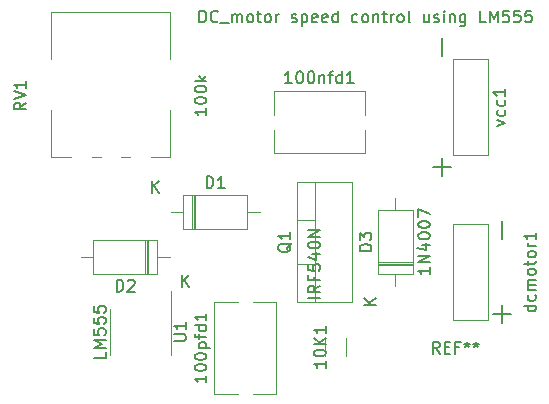
<source format=gbr>
%TF.GenerationSoftware,KiCad,Pcbnew,(5.1.9)-1*%
%TF.CreationDate,2021-03-19T20:09:11+05:30*%
%TF.ProjectId,test2,74657374-322e-46b6-9963-61645f706362,rev?*%
%TF.SameCoordinates,Original*%
%TF.FileFunction,Legend,Top*%
%TF.FilePolarity,Positive*%
%FSLAX46Y46*%
G04 Gerber Fmt 4.6, Leading zero omitted, Abs format (unit mm)*
G04 Created by KiCad (PCBNEW (5.1.9)-1) date 2021-03-19 20:09:11*
%MOMM*%
%LPD*%
G01*
G04 APERTURE LIST*
%ADD10C,0.150000*%
%ADD11C,0.120000*%
G04 APERTURE END LIST*
D10*
X111682380Y-77922380D02*
X111682380Y-76922380D01*
X111920476Y-76922380D01*
X112063333Y-76970000D01*
X112158571Y-77065238D01*
X112206190Y-77160476D01*
X112253809Y-77350952D01*
X112253809Y-77493809D01*
X112206190Y-77684285D01*
X112158571Y-77779523D01*
X112063333Y-77874761D01*
X111920476Y-77922380D01*
X111682380Y-77922380D01*
X113253809Y-77827142D02*
X113206190Y-77874761D01*
X113063333Y-77922380D01*
X112968095Y-77922380D01*
X112825238Y-77874761D01*
X112730000Y-77779523D01*
X112682380Y-77684285D01*
X112634761Y-77493809D01*
X112634761Y-77350952D01*
X112682380Y-77160476D01*
X112730000Y-77065238D01*
X112825238Y-76970000D01*
X112968095Y-76922380D01*
X113063333Y-76922380D01*
X113206190Y-76970000D01*
X113253809Y-77017619D01*
X113444285Y-78017619D02*
X114206190Y-78017619D01*
X114444285Y-77922380D02*
X114444285Y-77255714D01*
X114444285Y-77350952D02*
X114491904Y-77303333D01*
X114587142Y-77255714D01*
X114730000Y-77255714D01*
X114825238Y-77303333D01*
X114872857Y-77398571D01*
X114872857Y-77922380D01*
X114872857Y-77398571D02*
X114920476Y-77303333D01*
X115015714Y-77255714D01*
X115158571Y-77255714D01*
X115253809Y-77303333D01*
X115301428Y-77398571D01*
X115301428Y-77922380D01*
X115920476Y-77922380D02*
X115825238Y-77874761D01*
X115777619Y-77827142D01*
X115730000Y-77731904D01*
X115730000Y-77446190D01*
X115777619Y-77350952D01*
X115825238Y-77303333D01*
X115920476Y-77255714D01*
X116063333Y-77255714D01*
X116158571Y-77303333D01*
X116206190Y-77350952D01*
X116253809Y-77446190D01*
X116253809Y-77731904D01*
X116206190Y-77827142D01*
X116158571Y-77874761D01*
X116063333Y-77922380D01*
X115920476Y-77922380D01*
X116539523Y-77255714D02*
X116920476Y-77255714D01*
X116682380Y-76922380D02*
X116682380Y-77779523D01*
X116730000Y-77874761D01*
X116825238Y-77922380D01*
X116920476Y-77922380D01*
X117396666Y-77922380D02*
X117301428Y-77874761D01*
X117253809Y-77827142D01*
X117206190Y-77731904D01*
X117206190Y-77446190D01*
X117253809Y-77350952D01*
X117301428Y-77303333D01*
X117396666Y-77255714D01*
X117539523Y-77255714D01*
X117634761Y-77303333D01*
X117682380Y-77350952D01*
X117730000Y-77446190D01*
X117730000Y-77731904D01*
X117682380Y-77827142D01*
X117634761Y-77874761D01*
X117539523Y-77922380D01*
X117396666Y-77922380D01*
X118158571Y-77922380D02*
X118158571Y-77255714D01*
X118158571Y-77446190D02*
X118206190Y-77350952D01*
X118253809Y-77303333D01*
X118349047Y-77255714D01*
X118444285Y-77255714D01*
X119491904Y-77874761D02*
X119587142Y-77922380D01*
X119777619Y-77922380D01*
X119872857Y-77874761D01*
X119920476Y-77779523D01*
X119920476Y-77731904D01*
X119872857Y-77636666D01*
X119777619Y-77589047D01*
X119634761Y-77589047D01*
X119539523Y-77541428D01*
X119491904Y-77446190D01*
X119491904Y-77398571D01*
X119539523Y-77303333D01*
X119634761Y-77255714D01*
X119777619Y-77255714D01*
X119872857Y-77303333D01*
X120349047Y-77255714D02*
X120349047Y-78255714D01*
X120349047Y-77303333D02*
X120444285Y-77255714D01*
X120634761Y-77255714D01*
X120730000Y-77303333D01*
X120777619Y-77350952D01*
X120825238Y-77446190D01*
X120825238Y-77731904D01*
X120777619Y-77827142D01*
X120730000Y-77874761D01*
X120634761Y-77922380D01*
X120444285Y-77922380D01*
X120349047Y-77874761D01*
X121634761Y-77874761D02*
X121539523Y-77922380D01*
X121349047Y-77922380D01*
X121253809Y-77874761D01*
X121206190Y-77779523D01*
X121206190Y-77398571D01*
X121253809Y-77303333D01*
X121349047Y-77255714D01*
X121539523Y-77255714D01*
X121634761Y-77303333D01*
X121682380Y-77398571D01*
X121682380Y-77493809D01*
X121206190Y-77589047D01*
X122491904Y-77874761D02*
X122396666Y-77922380D01*
X122206190Y-77922380D01*
X122110952Y-77874761D01*
X122063333Y-77779523D01*
X122063333Y-77398571D01*
X122110952Y-77303333D01*
X122206190Y-77255714D01*
X122396666Y-77255714D01*
X122491904Y-77303333D01*
X122539523Y-77398571D01*
X122539523Y-77493809D01*
X122063333Y-77589047D01*
X123396666Y-77922380D02*
X123396666Y-76922380D01*
X123396666Y-77874761D02*
X123301428Y-77922380D01*
X123110952Y-77922380D01*
X123015714Y-77874761D01*
X122968095Y-77827142D01*
X122920476Y-77731904D01*
X122920476Y-77446190D01*
X122968095Y-77350952D01*
X123015714Y-77303333D01*
X123110952Y-77255714D01*
X123301428Y-77255714D01*
X123396666Y-77303333D01*
X125063333Y-77874761D02*
X124968095Y-77922380D01*
X124777619Y-77922380D01*
X124682380Y-77874761D01*
X124634761Y-77827142D01*
X124587142Y-77731904D01*
X124587142Y-77446190D01*
X124634761Y-77350952D01*
X124682380Y-77303333D01*
X124777619Y-77255714D01*
X124968095Y-77255714D01*
X125063333Y-77303333D01*
X125634761Y-77922380D02*
X125539523Y-77874761D01*
X125491904Y-77827142D01*
X125444285Y-77731904D01*
X125444285Y-77446190D01*
X125491904Y-77350952D01*
X125539523Y-77303333D01*
X125634761Y-77255714D01*
X125777619Y-77255714D01*
X125872857Y-77303333D01*
X125920476Y-77350952D01*
X125968095Y-77446190D01*
X125968095Y-77731904D01*
X125920476Y-77827142D01*
X125872857Y-77874761D01*
X125777619Y-77922380D01*
X125634761Y-77922380D01*
X126396666Y-77255714D02*
X126396666Y-77922380D01*
X126396666Y-77350952D02*
X126444285Y-77303333D01*
X126539523Y-77255714D01*
X126682380Y-77255714D01*
X126777619Y-77303333D01*
X126825238Y-77398571D01*
X126825238Y-77922380D01*
X127158571Y-77255714D02*
X127539523Y-77255714D01*
X127301428Y-76922380D02*
X127301428Y-77779523D01*
X127349047Y-77874761D01*
X127444285Y-77922380D01*
X127539523Y-77922380D01*
X127872857Y-77922380D02*
X127872857Y-77255714D01*
X127872857Y-77446190D02*
X127920476Y-77350952D01*
X127968095Y-77303333D01*
X128063333Y-77255714D01*
X128158571Y-77255714D01*
X128634761Y-77922380D02*
X128539523Y-77874761D01*
X128491904Y-77827142D01*
X128444285Y-77731904D01*
X128444285Y-77446190D01*
X128491904Y-77350952D01*
X128539523Y-77303333D01*
X128634761Y-77255714D01*
X128777619Y-77255714D01*
X128872857Y-77303333D01*
X128920476Y-77350952D01*
X128968095Y-77446190D01*
X128968095Y-77731904D01*
X128920476Y-77827142D01*
X128872857Y-77874761D01*
X128777619Y-77922380D01*
X128634761Y-77922380D01*
X129539523Y-77922380D02*
X129444285Y-77874761D01*
X129396666Y-77779523D01*
X129396666Y-76922380D01*
X131110952Y-77255714D02*
X131110952Y-77922380D01*
X130682380Y-77255714D02*
X130682380Y-77779523D01*
X130730000Y-77874761D01*
X130825238Y-77922380D01*
X130968095Y-77922380D01*
X131063333Y-77874761D01*
X131110952Y-77827142D01*
X131539523Y-77874761D02*
X131634761Y-77922380D01*
X131825238Y-77922380D01*
X131920476Y-77874761D01*
X131968095Y-77779523D01*
X131968095Y-77731904D01*
X131920476Y-77636666D01*
X131825238Y-77589047D01*
X131682380Y-77589047D01*
X131587142Y-77541428D01*
X131539523Y-77446190D01*
X131539523Y-77398571D01*
X131587142Y-77303333D01*
X131682380Y-77255714D01*
X131825238Y-77255714D01*
X131920476Y-77303333D01*
X132396666Y-77922380D02*
X132396666Y-77255714D01*
X132396666Y-76922380D02*
X132349047Y-76970000D01*
X132396666Y-77017619D01*
X132444285Y-76970000D01*
X132396666Y-76922380D01*
X132396666Y-77017619D01*
X132872857Y-77255714D02*
X132872857Y-77922380D01*
X132872857Y-77350952D02*
X132920476Y-77303333D01*
X133015714Y-77255714D01*
X133158571Y-77255714D01*
X133253809Y-77303333D01*
X133301428Y-77398571D01*
X133301428Y-77922380D01*
X134206190Y-77255714D02*
X134206190Y-78065238D01*
X134158571Y-78160476D01*
X134110952Y-78208095D01*
X134015714Y-78255714D01*
X133872857Y-78255714D01*
X133777619Y-78208095D01*
X134206190Y-77874761D02*
X134110952Y-77922380D01*
X133920476Y-77922380D01*
X133825238Y-77874761D01*
X133777619Y-77827142D01*
X133730000Y-77731904D01*
X133730000Y-77446190D01*
X133777619Y-77350952D01*
X133825238Y-77303333D01*
X133920476Y-77255714D01*
X134110952Y-77255714D01*
X134206190Y-77303333D01*
X135920476Y-77922380D02*
X135444285Y-77922380D01*
X135444285Y-76922380D01*
X136253809Y-77922380D02*
X136253809Y-76922380D01*
X136587142Y-77636666D01*
X136920476Y-76922380D01*
X136920476Y-77922380D01*
X137872857Y-76922380D02*
X137396666Y-76922380D01*
X137349047Y-77398571D01*
X137396666Y-77350952D01*
X137491904Y-77303333D01*
X137730000Y-77303333D01*
X137825238Y-77350952D01*
X137872857Y-77398571D01*
X137920476Y-77493809D01*
X137920476Y-77731904D01*
X137872857Y-77827142D01*
X137825238Y-77874761D01*
X137730000Y-77922380D01*
X137491904Y-77922380D01*
X137396666Y-77874761D01*
X137349047Y-77827142D01*
X138825238Y-76922380D02*
X138349047Y-76922380D01*
X138301428Y-77398571D01*
X138349047Y-77350952D01*
X138444285Y-77303333D01*
X138682380Y-77303333D01*
X138777619Y-77350952D01*
X138825238Y-77398571D01*
X138872857Y-77493809D01*
X138872857Y-77731904D01*
X138825238Y-77827142D01*
X138777619Y-77874761D01*
X138682380Y-77922380D01*
X138444285Y-77922380D01*
X138349047Y-77874761D01*
X138301428Y-77827142D01*
X139777619Y-76922380D02*
X139301428Y-76922380D01*
X139253809Y-77398571D01*
X139301428Y-77350952D01*
X139396666Y-77303333D01*
X139634761Y-77303333D01*
X139730000Y-77350952D01*
X139777619Y-77398571D01*
X139825238Y-77493809D01*
X139825238Y-77731904D01*
X139777619Y-77827142D01*
X139730000Y-77874761D01*
X139634761Y-77922380D01*
X139396666Y-77922380D01*
X139301428Y-77874761D01*
X139253809Y-77827142D01*
D11*
%TO.C,RV1*%
X99159000Y-77050000D02*
X109200000Y-77050000D01*
X107550000Y-89290000D02*
X109200000Y-89290000D01*
X105051000Y-89290000D02*
X105810000Y-89290000D01*
X102551000Y-89290000D02*
X103310000Y-89290000D01*
X99159000Y-89290000D02*
X100809000Y-89290000D01*
X109200000Y-80986000D02*
X109200000Y-77050000D01*
X109200000Y-89290000D02*
X109200000Y-85353000D01*
X99159000Y-80986000D02*
X99159000Y-77050000D01*
X99159000Y-89290000D02*
X99159000Y-85353000D01*
%TO.C,vcc1*%
X133120000Y-89150000D02*
X133120000Y-81050000D01*
X136120000Y-81050000D02*
X136120000Y-89150000D01*
X133120000Y-89150000D02*
X136120000Y-89150000D01*
X136120000Y-81050000D02*
X133120000Y-81050000D01*
%TO.C,U1*%
X109240000Y-104140000D02*
X109240000Y-100690000D01*
X109240000Y-104140000D02*
X109240000Y-106090000D01*
X104120000Y-104140000D02*
X104120000Y-102190000D01*
X104120000Y-104140000D02*
X104120000Y-106090000D01*
%TO.C,Q1*%
X119920000Y-94669000D02*
X121430000Y-94669000D01*
X119920000Y-98370000D02*
X121430000Y-98370000D01*
X121430000Y-101640000D02*
X121430000Y-91400000D01*
X119920000Y-91400000D02*
X124561000Y-91400000D01*
X119920000Y-101640000D02*
X124561000Y-101640000D01*
X124561000Y-101640000D02*
X124561000Y-91400000D01*
X119920000Y-101640000D02*
X119920000Y-91400000D01*
%TO.C,dcmotor1*%
X136120000Y-95000000D02*
X136120000Y-103100000D01*
X133120000Y-103100000D02*
X133120000Y-95000000D01*
X136120000Y-95000000D02*
X133120000Y-95000000D01*
X133120000Y-103100000D02*
X136120000Y-103100000D01*
%TO.C,D3*%
X126800000Y-98460000D02*
X129740000Y-98460000D01*
X126800000Y-98220000D02*
X129740000Y-98220000D01*
X126800000Y-98340000D02*
X129740000Y-98340000D01*
X128270000Y-92780000D02*
X128270000Y-93800000D01*
X128270000Y-100260000D02*
X128270000Y-99240000D01*
X126800000Y-93800000D02*
X126800000Y-99240000D01*
X129740000Y-93800000D02*
X126800000Y-93800000D01*
X129740000Y-99240000D02*
X129740000Y-93800000D01*
X126800000Y-99240000D02*
X129740000Y-99240000D01*
%TO.C,D2*%
X107350000Y-99260000D02*
X107350000Y-96320000D01*
X107110000Y-99260000D02*
X107110000Y-96320000D01*
X107230000Y-99260000D02*
X107230000Y-96320000D01*
X101670000Y-97790000D02*
X102690000Y-97790000D01*
X109150000Y-97790000D02*
X108130000Y-97790000D01*
X102690000Y-99260000D02*
X108130000Y-99260000D01*
X102690000Y-96320000D02*
X102690000Y-99260000D01*
X108130000Y-96320000D02*
X102690000Y-96320000D01*
X108130000Y-99260000D02*
X108130000Y-96320000D01*
%TO.C,D1*%
X111090000Y-92510000D02*
X111090000Y-95450000D01*
X111330000Y-92510000D02*
X111330000Y-95450000D01*
X111210000Y-92510000D02*
X111210000Y-95450000D01*
X116770000Y-93980000D02*
X115750000Y-93980000D01*
X109290000Y-93980000D02*
X110310000Y-93980000D01*
X115750000Y-92510000D02*
X110310000Y-92510000D01*
X115750000Y-95450000D02*
X115750000Y-92510000D01*
X110310000Y-95450000D02*
X115750000Y-95450000D01*
X110310000Y-92510000D02*
X110310000Y-95450000D01*
%TO.C,10K1*%
X124100000Y-106137064D02*
X124100000Y-104682936D01*
X122280000Y-106137064D02*
X122280000Y-104682936D01*
%TO.C,100pfd1*%
X116206000Y-101620000D02*
X118190000Y-101620000D01*
X112950000Y-101620000D02*
X114934000Y-101620000D01*
X116206000Y-109360000D02*
X118190000Y-109360000D01*
X112950000Y-109360000D02*
X114934000Y-109360000D01*
X118190000Y-109360000D02*
X118190000Y-101620000D01*
X112950000Y-109360000D02*
X112950000Y-101620000D01*
%TO.C,100nfd1*%
X125710000Y-86996000D02*
X125710000Y-88980000D01*
X125710000Y-83740000D02*
X125710000Y-85724000D01*
X117970000Y-86996000D02*
X117970000Y-88980000D01*
X117970000Y-83740000D02*
X117970000Y-85724000D01*
X117970000Y-88980000D02*
X125710000Y-88980000D01*
X117970000Y-83740000D02*
X125710000Y-83740000D01*
%TO.C,REF\u002A\u002A*%
D10*
X132016666Y-105972380D02*
X131683333Y-105496190D01*
X131445238Y-105972380D02*
X131445238Y-104972380D01*
X131826190Y-104972380D01*
X131921428Y-105020000D01*
X131969047Y-105067619D01*
X132016666Y-105162857D01*
X132016666Y-105305714D01*
X131969047Y-105400952D01*
X131921428Y-105448571D01*
X131826190Y-105496190D01*
X131445238Y-105496190D01*
X132445238Y-105448571D02*
X132778571Y-105448571D01*
X132921428Y-105972380D02*
X132445238Y-105972380D01*
X132445238Y-104972380D01*
X132921428Y-104972380D01*
X133683333Y-105448571D02*
X133350000Y-105448571D01*
X133350000Y-105972380D02*
X133350000Y-104972380D01*
X133826190Y-104972380D01*
X134350000Y-104972380D02*
X134350000Y-105210476D01*
X134111904Y-105115238D02*
X134350000Y-105210476D01*
X134588095Y-105115238D01*
X134207142Y-105400952D02*
X134350000Y-105210476D01*
X134492857Y-105400952D01*
X135111904Y-104972380D02*
X135111904Y-105210476D01*
X134873809Y-105115238D02*
X135111904Y-105210476D01*
X135350000Y-105115238D01*
X134969047Y-105400952D02*
X135111904Y-105210476D01*
X135254761Y-105400952D01*
%TO.C,RV1*%
X96982380Y-84715238D02*
X96506190Y-85048571D01*
X96982380Y-85286666D02*
X95982380Y-85286666D01*
X95982380Y-84905714D01*
X96030000Y-84810476D01*
X96077619Y-84762857D01*
X96172857Y-84715238D01*
X96315714Y-84715238D01*
X96410952Y-84762857D01*
X96458571Y-84810476D01*
X96506190Y-84905714D01*
X96506190Y-85286666D01*
X95982380Y-84429523D02*
X96982380Y-84096190D01*
X95982380Y-83762857D01*
X96982380Y-82905714D02*
X96982380Y-83477142D01*
X96982380Y-83191428D02*
X95982380Y-83191428D01*
X96125238Y-83286666D01*
X96220476Y-83381904D01*
X96268095Y-83477142D01*
X112282380Y-85191428D02*
X112282380Y-85762857D01*
X112282380Y-85477142D02*
X111282380Y-85477142D01*
X111425238Y-85572380D01*
X111520476Y-85667619D01*
X111568095Y-85762857D01*
X111282380Y-84572380D02*
X111282380Y-84477142D01*
X111330000Y-84381904D01*
X111377619Y-84334285D01*
X111472857Y-84286666D01*
X111663333Y-84239047D01*
X111901428Y-84239047D01*
X112091904Y-84286666D01*
X112187142Y-84334285D01*
X112234761Y-84381904D01*
X112282380Y-84477142D01*
X112282380Y-84572380D01*
X112234761Y-84667619D01*
X112187142Y-84715238D01*
X112091904Y-84762857D01*
X111901428Y-84810476D01*
X111663333Y-84810476D01*
X111472857Y-84762857D01*
X111377619Y-84715238D01*
X111330000Y-84667619D01*
X111282380Y-84572380D01*
X111282380Y-83620000D02*
X111282380Y-83524761D01*
X111330000Y-83429523D01*
X111377619Y-83381904D01*
X111472857Y-83334285D01*
X111663333Y-83286666D01*
X111901428Y-83286666D01*
X112091904Y-83334285D01*
X112187142Y-83381904D01*
X112234761Y-83429523D01*
X112282380Y-83524761D01*
X112282380Y-83620000D01*
X112234761Y-83715238D01*
X112187142Y-83762857D01*
X112091904Y-83810476D01*
X111901428Y-83858095D01*
X111663333Y-83858095D01*
X111472857Y-83810476D01*
X111377619Y-83762857D01*
X111330000Y-83715238D01*
X111282380Y-83620000D01*
X112282380Y-82858095D02*
X111282380Y-82858095D01*
X111901428Y-82762857D02*
X112282380Y-82477142D01*
X111615714Y-82477142D02*
X111996666Y-82858095D01*
%TO.C,vcc1*%
X136905714Y-86661428D02*
X137572380Y-86423333D01*
X136905714Y-86185238D01*
X137524761Y-85375714D02*
X137572380Y-85470952D01*
X137572380Y-85661428D01*
X137524761Y-85756666D01*
X137477142Y-85804285D01*
X137381904Y-85851904D01*
X137096190Y-85851904D01*
X137000952Y-85804285D01*
X136953333Y-85756666D01*
X136905714Y-85661428D01*
X136905714Y-85470952D01*
X136953333Y-85375714D01*
X137524761Y-84518571D02*
X137572380Y-84613809D01*
X137572380Y-84804285D01*
X137524761Y-84899523D01*
X137477142Y-84947142D01*
X137381904Y-84994761D01*
X137096190Y-84994761D01*
X137000952Y-84947142D01*
X136953333Y-84899523D01*
X136905714Y-84804285D01*
X136905714Y-84613809D01*
X136953333Y-84518571D01*
X137572380Y-83566190D02*
X137572380Y-84137619D01*
X137572380Y-83851904D02*
X136572380Y-83851904D01*
X136715238Y-83947142D01*
X136810476Y-84042380D01*
X136858095Y-84137619D01*
X132222857Y-90899523D02*
X132222857Y-89375714D01*
X132984761Y-90137619D02*
X131460952Y-90137619D01*
X132222857Y-80804285D02*
X132222857Y-79280476D01*
%TO.C,U1*%
X109532380Y-104901904D02*
X110341904Y-104901904D01*
X110437142Y-104854285D01*
X110484761Y-104806666D01*
X110532380Y-104711428D01*
X110532380Y-104520952D01*
X110484761Y-104425714D01*
X110437142Y-104378095D01*
X110341904Y-104330476D01*
X109532380Y-104330476D01*
X110532380Y-103330476D02*
X110532380Y-103901904D01*
X110532380Y-103616190D02*
X109532380Y-103616190D01*
X109675238Y-103711428D01*
X109770476Y-103806666D01*
X109818095Y-103901904D01*
X103732380Y-105830476D02*
X103732380Y-106306666D01*
X102732380Y-106306666D01*
X103732380Y-105497142D02*
X102732380Y-105497142D01*
X103446666Y-105163809D01*
X102732380Y-104830476D01*
X103732380Y-104830476D01*
X102732380Y-103878095D02*
X102732380Y-104354285D01*
X103208571Y-104401904D01*
X103160952Y-104354285D01*
X103113333Y-104259047D01*
X103113333Y-104020952D01*
X103160952Y-103925714D01*
X103208571Y-103878095D01*
X103303809Y-103830476D01*
X103541904Y-103830476D01*
X103637142Y-103878095D01*
X103684761Y-103925714D01*
X103732380Y-104020952D01*
X103732380Y-104259047D01*
X103684761Y-104354285D01*
X103637142Y-104401904D01*
X102732380Y-102925714D02*
X102732380Y-103401904D01*
X103208571Y-103449523D01*
X103160952Y-103401904D01*
X103113333Y-103306666D01*
X103113333Y-103068571D01*
X103160952Y-102973333D01*
X103208571Y-102925714D01*
X103303809Y-102878095D01*
X103541904Y-102878095D01*
X103637142Y-102925714D01*
X103684761Y-102973333D01*
X103732380Y-103068571D01*
X103732380Y-103306666D01*
X103684761Y-103401904D01*
X103637142Y-103449523D01*
X102732380Y-101973333D02*
X102732380Y-102449523D01*
X103208571Y-102497142D01*
X103160952Y-102449523D01*
X103113333Y-102354285D01*
X103113333Y-102116190D01*
X103160952Y-102020952D01*
X103208571Y-101973333D01*
X103303809Y-101925714D01*
X103541904Y-101925714D01*
X103637142Y-101973333D01*
X103684761Y-102020952D01*
X103732380Y-102116190D01*
X103732380Y-102354285D01*
X103684761Y-102449523D01*
X103637142Y-102497142D01*
%TO.C,Q1*%
X119467619Y-96615238D02*
X119420000Y-96710476D01*
X119324761Y-96805714D01*
X119181904Y-96948571D01*
X119134285Y-97043809D01*
X119134285Y-97139047D01*
X119372380Y-97091428D02*
X119324761Y-97186666D01*
X119229523Y-97281904D01*
X119039047Y-97329523D01*
X118705714Y-97329523D01*
X118515238Y-97281904D01*
X118420000Y-97186666D01*
X118372380Y-97091428D01*
X118372380Y-96900952D01*
X118420000Y-96805714D01*
X118515238Y-96710476D01*
X118705714Y-96662857D01*
X119039047Y-96662857D01*
X119229523Y-96710476D01*
X119324761Y-96805714D01*
X119372380Y-96900952D01*
X119372380Y-97091428D01*
X119372380Y-95710476D02*
X119372380Y-96281904D01*
X119372380Y-95996190D02*
X118372380Y-95996190D01*
X118515238Y-96091428D01*
X118610476Y-96186666D01*
X118658095Y-96281904D01*
X121882380Y-101250952D02*
X120882380Y-101250952D01*
X121882380Y-100203333D02*
X121406190Y-100536666D01*
X121882380Y-100774761D02*
X120882380Y-100774761D01*
X120882380Y-100393809D01*
X120930000Y-100298571D01*
X120977619Y-100250952D01*
X121072857Y-100203333D01*
X121215714Y-100203333D01*
X121310952Y-100250952D01*
X121358571Y-100298571D01*
X121406190Y-100393809D01*
X121406190Y-100774761D01*
X121358571Y-99441428D02*
X121358571Y-99774761D01*
X121882380Y-99774761D02*
X120882380Y-99774761D01*
X120882380Y-99298571D01*
X120882380Y-98441428D02*
X120882380Y-98917619D01*
X121358571Y-98965238D01*
X121310952Y-98917619D01*
X121263333Y-98822380D01*
X121263333Y-98584285D01*
X121310952Y-98489047D01*
X121358571Y-98441428D01*
X121453809Y-98393809D01*
X121691904Y-98393809D01*
X121787142Y-98441428D01*
X121834761Y-98489047D01*
X121882380Y-98584285D01*
X121882380Y-98822380D01*
X121834761Y-98917619D01*
X121787142Y-98965238D01*
X121215714Y-97536666D02*
X121882380Y-97536666D01*
X120834761Y-97774761D02*
X121549047Y-98012857D01*
X121549047Y-97393809D01*
X120882380Y-96822380D02*
X120882380Y-96727142D01*
X120930000Y-96631904D01*
X120977619Y-96584285D01*
X121072857Y-96536666D01*
X121263333Y-96489047D01*
X121501428Y-96489047D01*
X121691904Y-96536666D01*
X121787142Y-96584285D01*
X121834761Y-96631904D01*
X121882380Y-96727142D01*
X121882380Y-96822380D01*
X121834761Y-96917619D01*
X121787142Y-96965238D01*
X121691904Y-97012857D01*
X121501428Y-97060476D01*
X121263333Y-97060476D01*
X121072857Y-97012857D01*
X120977619Y-96965238D01*
X120930000Y-96917619D01*
X120882380Y-96822380D01*
X121882380Y-96060476D02*
X120882380Y-96060476D01*
X121882380Y-95489047D01*
X120882380Y-95489047D01*
%TO.C,dcmotor1*%
X140152380Y-101917142D02*
X139152380Y-101917142D01*
X140104761Y-101917142D02*
X140152380Y-102012380D01*
X140152380Y-102202857D01*
X140104761Y-102298095D01*
X140057142Y-102345714D01*
X139961904Y-102393333D01*
X139676190Y-102393333D01*
X139580952Y-102345714D01*
X139533333Y-102298095D01*
X139485714Y-102202857D01*
X139485714Y-102012380D01*
X139533333Y-101917142D01*
X140104761Y-101012380D02*
X140152380Y-101107619D01*
X140152380Y-101298095D01*
X140104761Y-101393333D01*
X140057142Y-101440952D01*
X139961904Y-101488571D01*
X139676190Y-101488571D01*
X139580952Y-101440952D01*
X139533333Y-101393333D01*
X139485714Y-101298095D01*
X139485714Y-101107619D01*
X139533333Y-101012380D01*
X140152380Y-100583809D02*
X139485714Y-100583809D01*
X139580952Y-100583809D02*
X139533333Y-100536190D01*
X139485714Y-100440952D01*
X139485714Y-100298095D01*
X139533333Y-100202857D01*
X139628571Y-100155238D01*
X140152380Y-100155238D01*
X139628571Y-100155238D02*
X139533333Y-100107619D01*
X139485714Y-100012380D01*
X139485714Y-99869523D01*
X139533333Y-99774285D01*
X139628571Y-99726666D01*
X140152380Y-99726666D01*
X140152380Y-99107619D02*
X140104761Y-99202857D01*
X140057142Y-99250476D01*
X139961904Y-99298095D01*
X139676190Y-99298095D01*
X139580952Y-99250476D01*
X139533333Y-99202857D01*
X139485714Y-99107619D01*
X139485714Y-98964761D01*
X139533333Y-98869523D01*
X139580952Y-98821904D01*
X139676190Y-98774285D01*
X139961904Y-98774285D01*
X140057142Y-98821904D01*
X140104761Y-98869523D01*
X140152380Y-98964761D01*
X140152380Y-99107619D01*
X139485714Y-98488571D02*
X139485714Y-98107619D01*
X139152380Y-98345714D02*
X140009523Y-98345714D01*
X140104761Y-98298095D01*
X140152380Y-98202857D01*
X140152380Y-98107619D01*
X140152380Y-97631428D02*
X140104761Y-97726666D01*
X140057142Y-97774285D01*
X139961904Y-97821904D01*
X139676190Y-97821904D01*
X139580952Y-97774285D01*
X139533333Y-97726666D01*
X139485714Y-97631428D01*
X139485714Y-97488571D01*
X139533333Y-97393333D01*
X139580952Y-97345714D01*
X139676190Y-97298095D01*
X139961904Y-97298095D01*
X140057142Y-97345714D01*
X140104761Y-97393333D01*
X140152380Y-97488571D01*
X140152380Y-97631428D01*
X140152380Y-96869523D02*
X139485714Y-96869523D01*
X139676190Y-96869523D02*
X139580952Y-96821904D01*
X139533333Y-96774285D01*
X139485714Y-96679047D01*
X139485714Y-96583809D01*
X140152380Y-95726666D02*
X140152380Y-96298095D01*
X140152380Y-96012380D02*
X139152380Y-96012380D01*
X139295238Y-96107619D01*
X139390476Y-96202857D01*
X139438095Y-96298095D01*
X137302857Y-103345714D02*
X137302857Y-101821904D01*
X138064761Y-102583809D02*
X136540952Y-102583809D01*
X137302857Y-96298095D02*
X137302857Y-94774285D01*
%TO.C,D3*%
X126252380Y-97258095D02*
X125252380Y-97258095D01*
X125252380Y-97020000D01*
X125300000Y-96877142D01*
X125395238Y-96781904D01*
X125490476Y-96734285D01*
X125680952Y-96686666D01*
X125823809Y-96686666D01*
X126014285Y-96734285D01*
X126109523Y-96781904D01*
X126204761Y-96877142D01*
X126252380Y-97020000D01*
X126252380Y-97258095D01*
X125252380Y-96353333D02*
X125252380Y-95734285D01*
X125633333Y-96067619D01*
X125633333Y-95924761D01*
X125680952Y-95829523D01*
X125728571Y-95781904D01*
X125823809Y-95734285D01*
X126061904Y-95734285D01*
X126157142Y-95781904D01*
X126204761Y-95829523D01*
X126252380Y-95924761D01*
X126252380Y-96210476D01*
X126204761Y-96305714D01*
X126157142Y-96353333D01*
X131192380Y-98662857D02*
X131192380Y-99234285D01*
X131192380Y-98948571D02*
X130192380Y-98948571D01*
X130335238Y-99043809D01*
X130430476Y-99139047D01*
X130478095Y-99234285D01*
X131192380Y-98234285D02*
X130192380Y-98234285D01*
X131192380Y-97662857D01*
X130192380Y-97662857D01*
X130525714Y-96758095D02*
X131192380Y-96758095D01*
X130144761Y-96996190D02*
X130859047Y-97234285D01*
X130859047Y-96615238D01*
X130192380Y-96043809D02*
X130192380Y-95948571D01*
X130240000Y-95853333D01*
X130287619Y-95805714D01*
X130382857Y-95758095D01*
X130573333Y-95710476D01*
X130811428Y-95710476D01*
X131001904Y-95758095D01*
X131097142Y-95805714D01*
X131144761Y-95853333D01*
X131192380Y-95948571D01*
X131192380Y-96043809D01*
X131144761Y-96139047D01*
X131097142Y-96186666D01*
X131001904Y-96234285D01*
X130811428Y-96281904D01*
X130573333Y-96281904D01*
X130382857Y-96234285D01*
X130287619Y-96186666D01*
X130240000Y-96139047D01*
X130192380Y-96043809D01*
X130192380Y-95091428D02*
X130192380Y-94996190D01*
X130240000Y-94900952D01*
X130287619Y-94853333D01*
X130382857Y-94805714D01*
X130573333Y-94758095D01*
X130811428Y-94758095D01*
X131001904Y-94805714D01*
X131097142Y-94853333D01*
X131144761Y-94900952D01*
X131192380Y-94996190D01*
X131192380Y-95091428D01*
X131144761Y-95186666D01*
X131097142Y-95234285D01*
X131001904Y-95281904D01*
X130811428Y-95329523D01*
X130573333Y-95329523D01*
X130382857Y-95281904D01*
X130287619Y-95234285D01*
X130240000Y-95186666D01*
X130192380Y-95091428D01*
X130192380Y-94424761D02*
X130192380Y-93758095D01*
X131192380Y-94186666D01*
X126622380Y-101861904D02*
X125622380Y-101861904D01*
X126622380Y-101290476D02*
X126050952Y-101719047D01*
X125622380Y-101290476D02*
X126193809Y-101861904D01*
%TO.C,D2*%
X104671904Y-100712380D02*
X104671904Y-99712380D01*
X104910000Y-99712380D01*
X105052857Y-99760000D01*
X105148095Y-99855238D01*
X105195714Y-99950476D01*
X105243333Y-100140952D01*
X105243333Y-100283809D01*
X105195714Y-100474285D01*
X105148095Y-100569523D01*
X105052857Y-100664761D01*
X104910000Y-100712380D01*
X104671904Y-100712380D01*
X105624285Y-99807619D02*
X105671904Y-99760000D01*
X105767142Y-99712380D01*
X106005238Y-99712380D01*
X106100476Y-99760000D01*
X106148095Y-99807619D01*
X106195714Y-99902857D01*
X106195714Y-99998095D01*
X106148095Y-100140952D01*
X105576666Y-100712380D01*
X106195714Y-100712380D01*
X110228095Y-100342380D02*
X110228095Y-99342380D01*
X110799523Y-100342380D02*
X110370952Y-99770952D01*
X110799523Y-99342380D02*
X110228095Y-99913809D01*
%TO.C,D1*%
X112291904Y-91962380D02*
X112291904Y-90962380D01*
X112530000Y-90962380D01*
X112672857Y-91010000D01*
X112768095Y-91105238D01*
X112815714Y-91200476D01*
X112863333Y-91390952D01*
X112863333Y-91533809D01*
X112815714Y-91724285D01*
X112768095Y-91819523D01*
X112672857Y-91914761D01*
X112530000Y-91962380D01*
X112291904Y-91962380D01*
X113815714Y-91962380D02*
X113244285Y-91962380D01*
X113530000Y-91962380D02*
X113530000Y-90962380D01*
X113434761Y-91105238D01*
X113339523Y-91200476D01*
X113244285Y-91248095D01*
X107688095Y-92332380D02*
X107688095Y-91332380D01*
X108259523Y-92332380D02*
X107830952Y-91760952D01*
X108259523Y-91332380D02*
X107688095Y-91903809D01*
%TO.C,10K1*%
X122372380Y-106576666D02*
X122372380Y-107148095D01*
X122372380Y-106862380D02*
X121372380Y-106862380D01*
X121515238Y-106957619D01*
X121610476Y-107052857D01*
X121658095Y-107148095D01*
X121372380Y-105957619D02*
X121372380Y-105862380D01*
X121420000Y-105767142D01*
X121467619Y-105719523D01*
X121562857Y-105671904D01*
X121753333Y-105624285D01*
X121991428Y-105624285D01*
X122181904Y-105671904D01*
X122277142Y-105719523D01*
X122324761Y-105767142D01*
X122372380Y-105862380D01*
X122372380Y-105957619D01*
X122324761Y-106052857D01*
X122277142Y-106100476D01*
X122181904Y-106148095D01*
X121991428Y-106195714D01*
X121753333Y-106195714D01*
X121562857Y-106148095D01*
X121467619Y-106100476D01*
X121420000Y-106052857D01*
X121372380Y-105957619D01*
X122372380Y-105195714D02*
X121372380Y-105195714D01*
X122372380Y-104624285D02*
X121800952Y-105052857D01*
X121372380Y-104624285D02*
X121943809Y-105195714D01*
X122372380Y-103671904D02*
X122372380Y-104243333D01*
X122372380Y-103957619D02*
X121372380Y-103957619D01*
X121515238Y-104052857D01*
X121610476Y-104148095D01*
X121658095Y-104243333D01*
%TO.C,100pfd1*%
X112272380Y-107823333D02*
X112272380Y-108394761D01*
X112272380Y-108109047D02*
X111272380Y-108109047D01*
X111415238Y-108204285D01*
X111510476Y-108299523D01*
X111558095Y-108394761D01*
X111272380Y-107204285D02*
X111272380Y-107109047D01*
X111320000Y-107013809D01*
X111367619Y-106966190D01*
X111462857Y-106918571D01*
X111653333Y-106870952D01*
X111891428Y-106870952D01*
X112081904Y-106918571D01*
X112177142Y-106966190D01*
X112224761Y-107013809D01*
X112272380Y-107109047D01*
X112272380Y-107204285D01*
X112224761Y-107299523D01*
X112177142Y-107347142D01*
X112081904Y-107394761D01*
X111891428Y-107442380D01*
X111653333Y-107442380D01*
X111462857Y-107394761D01*
X111367619Y-107347142D01*
X111320000Y-107299523D01*
X111272380Y-107204285D01*
X111272380Y-106251904D02*
X111272380Y-106156666D01*
X111320000Y-106061428D01*
X111367619Y-106013809D01*
X111462857Y-105966190D01*
X111653333Y-105918571D01*
X111891428Y-105918571D01*
X112081904Y-105966190D01*
X112177142Y-106013809D01*
X112224761Y-106061428D01*
X112272380Y-106156666D01*
X112272380Y-106251904D01*
X112224761Y-106347142D01*
X112177142Y-106394761D01*
X112081904Y-106442380D01*
X111891428Y-106490000D01*
X111653333Y-106490000D01*
X111462857Y-106442380D01*
X111367619Y-106394761D01*
X111320000Y-106347142D01*
X111272380Y-106251904D01*
X111605714Y-105490000D02*
X112605714Y-105490000D01*
X111653333Y-105490000D02*
X111605714Y-105394761D01*
X111605714Y-105204285D01*
X111653333Y-105109047D01*
X111700952Y-105061428D01*
X111796190Y-105013809D01*
X112081904Y-105013809D01*
X112177142Y-105061428D01*
X112224761Y-105109047D01*
X112272380Y-105204285D01*
X112272380Y-105394761D01*
X112224761Y-105490000D01*
X111605714Y-104728095D02*
X111605714Y-104347142D01*
X112272380Y-104585238D02*
X111415238Y-104585238D01*
X111320000Y-104537619D01*
X111272380Y-104442380D01*
X111272380Y-104347142D01*
X112272380Y-103585238D02*
X111272380Y-103585238D01*
X112224761Y-103585238D02*
X112272380Y-103680476D01*
X112272380Y-103870952D01*
X112224761Y-103966190D01*
X112177142Y-104013809D01*
X112081904Y-104061428D01*
X111796190Y-104061428D01*
X111700952Y-104013809D01*
X111653333Y-103966190D01*
X111605714Y-103870952D01*
X111605714Y-103680476D01*
X111653333Y-103585238D01*
X112272380Y-102585238D02*
X112272380Y-103156666D01*
X112272380Y-102870952D02*
X111272380Y-102870952D01*
X111415238Y-102966190D01*
X111510476Y-103061428D01*
X111558095Y-103156666D01*
%TO.C,100nfd1*%
X119506666Y-83062380D02*
X118935238Y-83062380D01*
X119220952Y-83062380D02*
X119220952Y-82062380D01*
X119125714Y-82205238D01*
X119030476Y-82300476D01*
X118935238Y-82348095D01*
X120125714Y-82062380D02*
X120220952Y-82062380D01*
X120316190Y-82110000D01*
X120363809Y-82157619D01*
X120411428Y-82252857D01*
X120459047Y-82443333D01*
X120459047Y-82681428D01*
X120411428Y-82871904D01*
X120363809Y-82967142D01*
X120316190Y-83014761D01*
X120220952Y-83062380D01*
X120125714Y-83062380D01*
X120030476Y-83014761D01*
X119982857Y-82967142D01*
X119935238Y-82871904D01*
X119887619Y-82681428D01*
X119887619Y-82443333D01*
X119935238Y-82252857D01*
X119982857Y-82157619D01*
X120030476Y-82110000D01*
X120125714Y-82062380D01*
X121078095Y-82062380D02*
X121173333Y-82062380D01*
X121268571Y-82110000D01*
X121316190Y-82157619D01*
X121363809Y-82252857D01*
X121411428Y-82443333D01*
X121411428Y-82681428D01*
X121363809Y-82871904D01*
X121316190Y-82967142D01*
X121268571Y-83014761D01*
X121173333Y-83062380D01*
X121078095Y-83062380D01*
X120982857Y-83014761D01*
X120935238Y-82967142D01*
X120887619Y-82871904D01*
X120840000Y-82681428D01*
X120840000Y-82443333D01*
X120887619Y-82252857D01*
X120935238Y-82157619D01*
X120982857Y-82110000D01*
X121078095Y-82062380D01*
X121840000Y-82395714D02*
X121840000Y-83062380D01*
X121840000Y-82490952D02*
X121887619Y-82443333D01*
X121982857Y-82395714D01*
X122125714Y-82395714D01*
X122220952Y-82443333D01*
X122268571Y-82538571D01*
X122268571Y-83062380D01*
X122601904Y-82395714D02*
X122982857Y-82395714D01*
X122744761Y-83062380D02*
X122744761Y-82205238D01*
X122792380Y-82110000D01*
X122887619Y-82062380D01*
X122982857Y-82062380D01*
X123744761Y-83062380D02*
X123744761Y-82062380D01*
X123744761Y-83014761D02*
X123649523Y-83062380D01*
X123459047Y-83062380D01*
X123363809Y-83014761D01*
X123316190Y-82967142D01*
X123268571Y-82871904D01*
X123268571Y-82586190D01*
X123316190Y-82490952D01*
X123363809Y-82443333D01*
X123459047Y-82395714D01*
X123649523Y-82395714D01*
X123744761Y-82443333D01*
X124744761Y-83062380D02*
X124173333Y-83062380D01*
X124459047Y-83062380D02*
X124459047Y-82062380D01*
X124363809Y-82205238D01*
X124268571Y-82300476D01*
X124173333Y-82348095D01*
%TD*%
M02*

</source>
